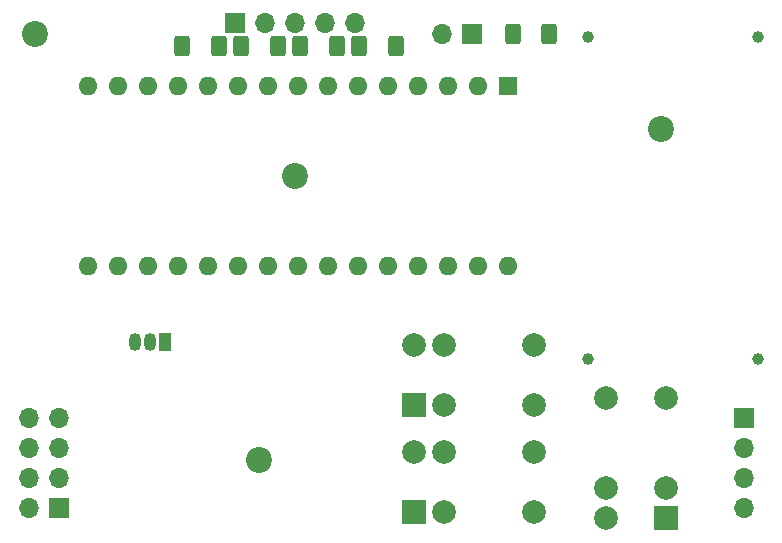
<source format=gbr>
%TF.GenerationSoftware,KiCad,Pcbnew,(6.0.6-0)*%
%TF.CreationDate,2022-07-04T00:08:46+08:00*%
%TF.ProjectId,__,8cc82e6b-6963-4616-945f-706362585858,rev?*%
%TF.SameCoordinates,Original*%
%TF.FileFunction,Soldermask,Bot*%
%TF.FilePolarity,Negative*%
%FSLAX46Y46*%
G04 Gerber Fmt 4.6, Leading zero omitted, Abs format (unit mm)*
G04 Created by KiCad (PCBNEW (6.0.6-0)) date 2022-07-04 00:08:46*
%MOMM*%
%LPD*%
G01*
G04 APERTURE LIST*
G04 Aperture macros list*
%AMRoundRect*
0 Rectangle with rounded corners*
0 $1 Rounding radius*
0 $2 $3 $4 $5 $6 $7 $8 $9 X,Y pos of 4 corners*
0 Add a 4 corners polygon primitive as box body*
4,1,4,$2,$3,$4,$5,$6,$7,$8,$9,$2,$3,0*
0 Add four circle primitives for the rounded corners*
1,1,$1+$1,$2,$3*
1,1,$1+$1,$4,$5*
1,1,$1+$1,$6,$7*
1,1,$1+$1,$8,$9*
0 Add four rect primitives between the rounded corners*
20,1,$1+$1,$2,$3,$4,$5,0*
20,1,$1+$1,$4,$5,$6,$7,0*
20,1,$1+$1,$6,$7,$8,$9,0*
20,1,$1+$1,$8,$9,$2,$3,0*%
G04 Aperture macros list end*
%ADD10C,2.200000*%
%ADD11R,1.700000X1.700000*%
%ADD12O,1.700000X1.700000*%
%ADD13R,1.600000X1.600000*%
%ADD14O,1.600000X1.600000*%
%ADD15C,1.000000*%
%ADD16R,2.000000X2.000000*%
%ADD17C,2.000000*%
%ADD18R,1.050000X1.500000*%
%ADD19O,1.050000X1.500000*%
%ADD20RoundRect,0.250000X-0.400000X-0.625000X0.400000X-0.625000X0.400000X0.625000X-0.400000X0.625000X0*%
%ADD21RoundRect,0.250000X0.400000X0.625000X-0.400000X0.625000X-0.400000X-0.625000X0.400000X-0.625000X0*%
G04 APERTURE END LIST*
D10*
%TO.C,M2*%
X86000000Y-105000000D03*
%TD*%
D11*
%TO.C,J4_LIGHT*%
X127000000Y-101460000D03*
D12*
X127000000Y-104000000D03*
X127000000Y-106540000D03*
X127000000Y-109080000D03*
%TD*%
D11*
%TO.C,J2_BUTTON*%
X104000000Y-69000000D03*
D12*
X101460000Y-69000000D03*
%TD*%
D13*
%TO.C,Arduino1*%
X107050000Y-73390000D03*
D14*
X104510000Y-73390000D03*
X101970000Y-73390000D03*
X99430000Y-73390000D03*
X96890000Y-73390000D03*
X94350000Y-73390000D03*
X91810000Y-73390000D03*
X89270000Y-73390000D03*
X86730000Y-73390000D03*
X84190000Y-73390000D03*
X81650000Y-73390000D03*
X79110000Y-73390000D03*
X76570000Y-73390000D03*
X74030000Y-73390000D03*
X71490000Y-73390000D03*
X71490000Y-88630000D03*
X74030000Y-88630000D03*
X76570000Y-88630000D03*
X79110000Y-88630000D03*
X81650000Y-88630000D03*
X84190000Y-88630000D03*
X86730000Y-88630000D03*
X89270000Y-88630000D03*
X91810000Y-88630000D03*
X94350000Y-88630000D03*
X96890000Y-88630000D03*
X99430000Y-88630000D03*
X101970000Y-88630000D03*
X104510000Y-88630000D03*
X107050000Y-88630000D03*
%TD*%
D15*
%TO.C,TR1*%
X113800000Y-69250000D03*
X128200000Y-69250000D03*
X113800000Y-96500000D03*
X128200000Y-96500000D03*
%TD*%
D16*
%TO.C,K2*%
X120407500Y-109957500D03*
D17*
X120407500Y-107417500D03*
X120407500Y-99797500D03*
X115327500Y-99797500D03*
X115327500Y-107417500D03*
X115327500Y-109957500D03*
%TD*%
D10*
%TO.C,M2*%
X67000000Y-69000000D03*
%TD*%
%TO.C,M2*%
X89000000Y-81000000D03*
%TD*%
D18*
%TO.C,Q1*%
X78000000Y-95000000D03*
D19*
X76730000Y-95000000D03*
X75460000Y-95000000D03*
%TD*%
D16*
%TO.C,K1*%
X99042500Y-109407500D03*
D17*
X101582500Y-109407500D03*
X109202500Y-109407500D03*
X109202500Y-104327500D03*
X101582500Y-104327500D03*
X99042500Y-104327500D03*
%TD*%
D11*
%TO.C,J3_2.4G*%
X69000000Y-109080000D03*
D12*
X66460000Y-109080000D03*
X69000000Y-106540000D03*
X66460000Y-106540000D03*
X69000000Y-104000000D03*
X66460000Y-104000000D03*
X69000000Y-101460000D03*
X66460000Y-101460000D03*
%TD*%
D11*
%TO.C,J1_LED*%
X83925000Y-68000000D03*
D12*
X86465000Y-68000000D03*
X89005000Y-68000000D03*
X91545000Y-68000000D03*
X94085000Y-68000000D03*
%TD*%
D16*
%TO.C,K3*%
X99042500Y-100407500D03*
D17*
X101582500Y-100407500D03*
X109202500Y-100407500D03*
X109202500Y-95327500D03*
X101582500Y-95327500D03*
X99042500Y-95327500D03*
%TD*%
D10*
%TO.C,M2*%
X120000000Y-77000000D03*
%TD*%
D20*
%TO.C,R2*%
X94450000Y-70000000D03*
X97550000Y-70000000D03*
%TD*%
%TO.C,R3*%
X89450000Y-70000000D03*
X92550000Y-70000000D03*
%TD*%
D21*
%TO.C,R1*%
X110550000Y-69000000D03*
X107450000Y-69000000D03*
%TD*%
D20*
%TO.C,R4*%
X84450000Y-70000000D03*
X87550000Y-70000000D03*
%TD*%
%TO.C,R5*%
X79450000Y-70000000D03*
X82550000Y-70000000D03*
%TD*%
M02*

</source>
